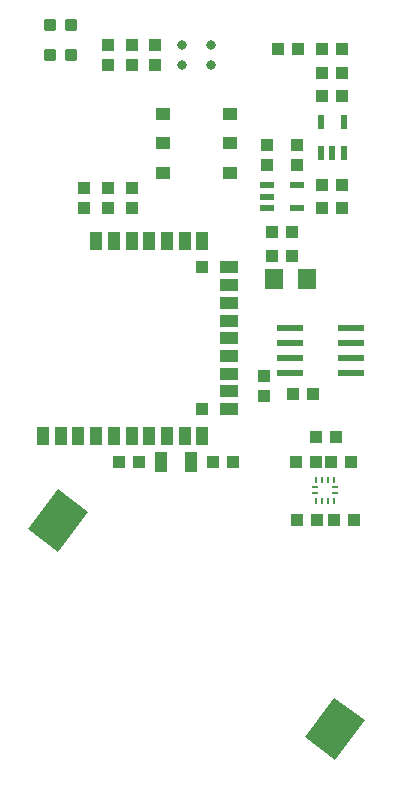
<source format=gbr>
G75*
%MOIN*%
%OFA0B0*%
%FSLAX25Y25*%
%IPPOS*%
%LPD*%
%AMOC8*
5,1,8,0,0,1.08239X$1,22.5*
%
%ADD10C,0.01181*%
%ADD11R,0.04331X0.03937*%
%ADD12R,0.06299X0.07087*%
%ADD13R,0.03937X0.04331*%
%ADD14R,0.04724X0.02165*%
%ADD15R,0.04331X0.06693*%
%ADD16R,0.03937X0.05906*%
%ADD17R,0.05906X0.03937*%
%ADD18R,0.03937X0.03937*%
%ADD19R,0.02165X0.04724*%
%ADD20C,0.03150*%
%ADD21R,0.12598X0.16535*%
%ADD22R,0.08661X0.02362*%
%ADD23R,0.04528X0.03937*%
%ADD24R,0.00984X0.01969*%
%ADD25R,0.01969X0.00984*%
D10*
X0011705Y0239567D02*
X0011705Y0236811D01*
X0008949Y0236811D01*
X0008949Y0239567D01*
X0011705Y0239567D01*
X0011705Y0237991D02*
X0008949Y0237991D01*
X0008949Y0239171D02*
X0011705Y0239171D01*
X0018610Y0239567D02*
X0018610Y0236811D01*
X0015854Y0236811D01*
X0015854Y0239567D01*
X0018610Y0239567D01*
X0018610Y0237991D02*
X0015854Y0237991D01*
X0015854Y0239171D02*
X0018610Y0239171D01*
X0011705Y0249409D02*
X0011705Y0246653D01*
X0008949Y0246653D01*
X0008949Y0249409D01*
X0011705Y0249409D01*
X0011705Y0247833D02*
X0008949Y0247833D01*
X0008949Y0249013D02*
X0011705Y0249013D01*
X0018610Y0249409D02*
X0018610Y0246653D01*
X0015854Y0246653D01*
X0015854Y0249409D01*
X0018610Y0249409D01*
X0018610Y0247833D02*
X0015854Y0247833D01*
X0015854Y0249013D02*
X0018610Y0249013D01*
D11*
X0029528Y0241535D03*
X0029528Y0234843D03*
X0037402Y0241535D03*
X0037402Y0234843D03*
X0107677Y0232283D03*
X0100984Y0232283D03*
X0091142Y0125000D03*
X0097835Y0125000D03*
X0039764Y0102362D03*
X0033071Y0102362D03*
X0064567Y0102362D03*
X0071260Y0102362D03*
X0084252Y0179134D03*
X0090945Y0179134D03*
X0086220Y0240157D03*
X0092913Y0240157D03*
X0021654Y0187106D03*
X0021654Y0193799D03*
X0084252Y0171260D03*
X0090945Y0171260D03*
X0037402Y0187106D03*
X0037402Y0193799D03*
X0103937Y0102362D03*
X0110630Y0102362D03*
X0099016Y0110728D03*
X0105709Y0110728D03*
X0098819Y0102362D03*
X0092126Y0102362D03*
D12*
X0085039Y0163386D03*
X0096063Y0163386D03*
D13*
X0082677Y0201378D03*
X0082677Y0208071D03*
X0092520Y0201378D03*
X0092520Y0208071D03*
X0100984Y0187008D03*
X0107677Y0187008D03*
X0045276Y0234843D03*
X0045276Y0241535D03*
X0100984Y0194882D03*
X0107677Y0194882D03*
X0107677Y0240157D03*
X0100984Y0240157D03*
X0107677Y0224409D03*
X0100984Y0224409D03*
X0029528Y0193799D03*
X0029528Y0187106D03*
X0081693Y0124606D03*
X0081693Y0131299D03*
X0104921Y0083169D03*
X0111614Y0083169D03*
X0099311Y0083169D03*
X0092618Y0083169D03*
D14*
X0082480Y0194685D03*
X0082480Y0190945D03*
X0082480Y0187205D03*
X0092717Y0187205D03*
X0092717Y0194685D03*
D15*
X0057087Y0102362D03*
X0047244Y0102362D03*
D16*
X0007874Y0111220D03*
X0013780Y0111220D03*
X0019685Y0111220D03*
X0025591Y0111220D03*
X0031496Y0111220D03*
X0037402Y0111220D03*
X0043307Y0111220D03*
X0049213Y0111220D03*
X0055118Y0111220D03*
X0061024Y0111220D03*
X0061024Y0176181D03*
X0055118Y0176181D03*
X0049213Y0176181D03*
X0043307Y0176181D03*
X0037402Y0176181D03*
X0031496Y0176181D03*
X0025591Y0176181D03*
D17*
X0069882Y0120079D03*
X0069882Y0125984D03*
X0069882Y0131890D03*
X0069882Y0137795D03*
X0069882Y0143701D03*
X0069882Y0149606D03*
X0069882Y0155512D03*
X0069882Y0161417D03*
X0069882Y0167323D03*
D18*
X0061024Y0120079D03*
X0061024Y0167323D03*
D19*
X0100591Y0205512D03*
X0104331Y0205512D03*
X0108071Y0205512D03*
X0108071Y0215748D03*
X0100591Y0215748D03*
D20*
X0063898Y0241535D03*
X0063898Y0234843D03*
X0054213Y0241535D03*
X0054213Y0234843D03*
D21*
G36*
X0013047Y0072546D02*
X0002987Y0080128D01*
X0012937Y0093332D01*
X0022997Y0085750D01*
X0013047Y0072546D01*
G37*
G36*
X0105173Y0003124D02*
X0095113Y0010706D01*
X0105063Y0023910D01*
X0115123Y0016328D01*
X0105173Y0003124D01*
G37*
D22*
X0110630Y0137264D03*
X0090157Y0137264D03*
X0110630Y0132264D03*
X0110630Y0142264D03*
X0110630Y0147264D03*
X0090157Y0132264D03*
X0090157Y0142264D03*
X0090157Y0147264D03*
D23*
X0070177Y0198819D03*
X0070177Y0208661D03*
X0070177Y0218504D03*
X0047933Y0198819D03*
X0047933Y0208661D03*
X0047933Y0218504D03*
D24*
X0098917Y0089567D03*
X0100886Y0089567D03*
X0102854Y0089567D03*
X0104823Y0089567D03*
X0104823Y0096457D03*
X0102854Y0096457D03*
X0100886Y0096457D03*
X0098917Y0096457D03*
D25*
X0105315Y0092028D03*
X0098425Y0093996D03*
X0098425Y0092028D03*
X0105315Y0093996D03*
M02*

</source>
